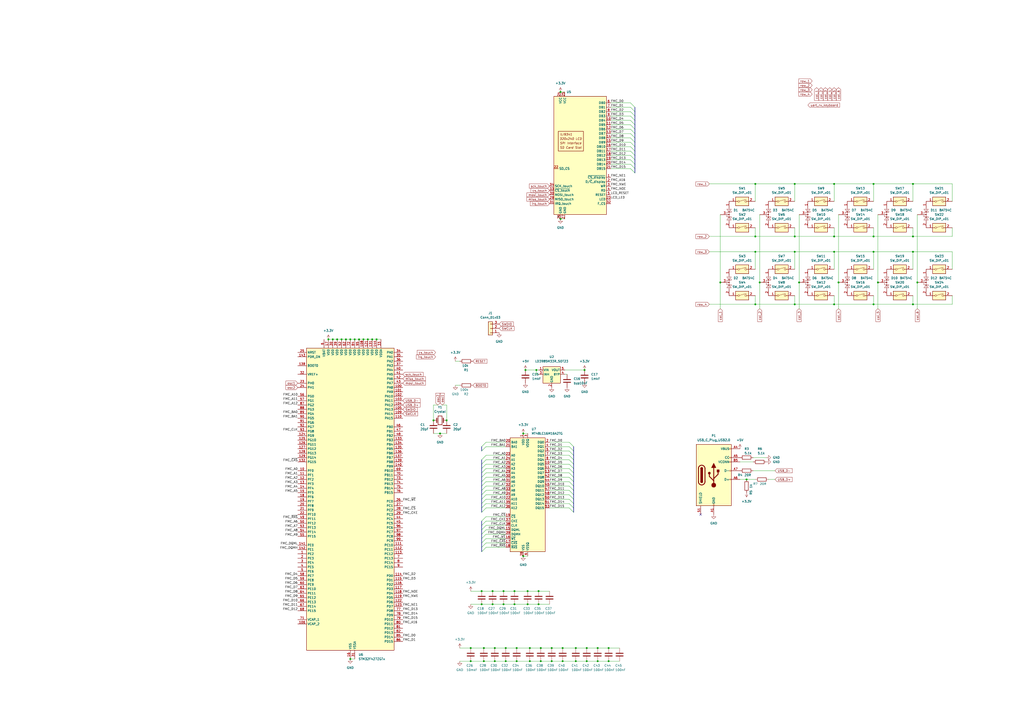
<source format=kicad_sch>
(kicad_sch (version 20230121) (generator eeschema)
  (paper "A2")
  (junction (at 346.71 383.54))
  (junction (at 463.55 163.83))
  (junction (at 326.39 375.92))
  (junction (at 529.59 176.53))
  (junction (at 506.73 106.68))
  (junction (at 461.01 137.16))
  (junction (at 190.5 196.85))
  (junction (at 312.42 350.52))
  (junction (at 353.06 383.54))
  (junction (at 506.73 146.05))
  (junction (at 255.27 251.46))
  (junction (at 210.82 196.85))
  (junction (at 506.73 176.53))
  (junction (at 193.04 196.85))
  (junction (at 529.59 106.68))
  (junction (at 293.37 375.92))
  (junction (at 483.87 106.68))
  (junction (at 304.8 214.63))
  (junction (at 287.02 375.92))
  (junction (at 200.66 196.85))
  (junction (at 417.83 163.83))
  (junction (at 298.45 350.52))
  (junction (at 299.72 375.92))
  (junction (at 529.59 137.16))
  (junction (at 340.36 375.92))
  (junction (at 438.15 106.68))
  (junction (at 198.12 196.85))
  (junction (at 287.02 383.54))
  (junction (at 339.09 214.63))
  (junction (at 280.67 383.54))
  (junction (at 215.9 196.85))
  (junction (at 486.41 163.83))
  (junction (at 303.53 251.46))
  (junction (at 483.87 176.53))
  (junction (at 205.74 196.85))
  (junction (at 306.07 342.9))
  (junction (at 320.04 383.54))
  (junction (at 438.15 137.16))
  (junction (at 218.44 196.85))
  (junction (at 303.53 322.58))
  (junction (at 320.04 375.92))
  (junction (at 292.1 342.9))
  (junction (at 203.2 196.85))
  (junction (at 208.28 196.85))
  (junction (at 532.13 163.83))
  (junction (at 273.05 375.92))
  (junction (at 279.4 350.52))
  (junction (at 311.15 214.63))
  (junction (at 312.42 342.9))
  (junction (at 461.01 146.05))
  (junction (at 307.34 375.92))
  (junction (at 346.71 375.92))
  (junction (at 307.34 383.54))
  (junction (at 195.58 196.85))
  (junction (at 292.1 350.52))
  (junction (at 325.12 127))
  (junction (at 298.45 342.9))
  (junction (at 285.75 342.9))
  (junction (at 483.87 146.05))
  (junction (at 313.69 383.54))
  (junction (at 293.37 383.54))
  (junction (at 325.12 53.34))
  (junction (at 251.46 243.84))
  (junction (at 438.15 146.05))
  (junction (at 529.59 146.05))
  (junction (at 285.75 350.52))
  (junction (at 273.05 383.54))
  (junction (at 334.01 383.54))
  (junction (at 353.06 375.92))
  (junction (at 461.01 176.53))
  (junction (at 279.4 342.9))
  (junction (at 461.01 106.68))
  (junction (at 433.07 278.13))
  (junction (at 440.69 163.83))
  (junction (at 213.36 196.85))
  (junction (at 340.36 383.54))
  (junction (at 438.15 176.53))
  (junction (at 509.27 163.83))
  (junction (at 203.2 382.27))
  (junction (at 259.08 243.84))
  (junction (at 334.01 375.92))
  (junction (at 326.39 383.54))
  (junction (at 299.72 383.54))
  (junction (at 483.87 137.16))
  (junction (at 280.67 375.92))
  (junction (at 506.73 137.16))
  (junction (at 306.07 350.52))
  (junction (at 313.69 375.92))
  (no_connect (at 406.4 298.45))
  (bus_entry (at 281.94 289.56) (size -2.54 2.54))
  (bus_entry (at 365.76 64.77) (size 2.54 2.54))
  (bus_entry (at 330.2 279.4) (size 2.54 2.54))
  (bus_entry (at 330.2 264.16) (size 2.54 2.54))
  (bus_entry (at 281.94 264.16) (size -2.54 2.54))
  (bus_entry (at 281.94 287.02) (size -2.54 2.54))
  (bus_entry (at 281.94 312.42) (size -2.54 2.54))
  (bus_entry (at 365.76 67.31) (size 2.54 2.54))
  (bus_entry (at 281.94 266.7) (size -2.54 2.54))
  (bus_entry (at 281.94 279.4) (size -2.54 2.54))
  (bus_entry (at 330.2 289.56) (size 2.54 2.54))
  (bus_entry (at 281.94 304.8) (size -2.54 2.54))
  (bus_entry (at 281.94 284.48) (size -2.54 2.54))
  (bus_entry (at 281.94 281.94) (size -2.54 2.54))
  (bus_entry (at 330.2 281.94) (size 2.54 2.54))
  (bus_entry (at 330.2 287.02) (size 2.54 2.54))
  (bus_entry (at 330.2 266.7) (size 2.54 2.54))
  (bus_entry (at 330.2 284.48) (size 2.54 2.54))
  (bus_entry (at 365.76 85.09) (size 2.54 2.54))
  (bus_entry (at 365.76 92.71) (size 2.54 2.54))
  (bus_entry (at 365.76 62.23) (size 2.54 2.54))
  (bus_entry (at 281.94 317.5) (size -2.54 2.54))
  (bus_entry (at 281.94 259.08) (size -2.54 2.54))
  (bus_entry (at 281.94 302.26) (size -2.54 2.54))
  (bus_entry (at 330.2 294.64) (size 2.54 2.54))
  (bus_entry (at 365.76 77.47) (size 2.54 2.54))
  (bus_entry (at 330.2 271.78) (size 2.54 2.54))
  (bus_entry (at 365.76 82.55) (size 2.54 2.54))
  (bus_entry (at 281.94 274.32) (size -2.54 2.54))
  (bus_entry (at 281.94 314.96) (size -2.54 2.54))
  (bus_entry (at 330.2 269.24) (size 2.54 2.54))
  (bus_entry (at 365.76 69.85) (size 2.54 2.54))
  (bus_entry (at 281.94 269.24) (size -2.54 2.54))
  (bus_entry (at 365.76 90.17) (size 2.54 2.54))
  (bus_entry (at 365.76 95.25) (size 2.54 2.54))
  (bus_entry (at 330.2 256.54) (size 2.54 2.54))
  (bus_entry (at 281.94 299.72) (size -2.54 2.54))
  (bus_entry (at 281.94 309.88) (size -2.54 2.54))
  (bus_entry (at 281.94 294.64) (size -2.54 2.54))
  (bus_entry (at 365.76 97.79) (size 2.54 2.54))
  (bus_entry (at 281.94 307.34) (size -2.54 2.54))
  (bus_entry (at 365.76 74.93) (size 2.54 2.54))
  (bus_entry (at 365.76 72.39) (size 2.54 2.54))
  (bus_entry (at 330.2 292.1) (size 2.54 2.54))
  (bus_entry (at 365.76 59.69) (size 2.54 2.54))
  (bus_entry (at 281.94 271.78) (size -2.54 2.54))
  (bus_entry (at 365.76 87.63) (size 2.54 2.54))
  (bus_entry (at 281.94 292.1) (size -2.54 2.54))
  (bus_entry (at 281.94 276.86) (size -2.54 2.54))
  (bus_entry (at 330.2 276.86) (size 2.54 2.54))
  (bus_entry (at 281.94 256.54) (size -2.54 2.54))
  (bus_entry (at 330.2 261.62) (size 2.54 2.54))
  (bus_entry (at 365.76 80.01) (size 2.54 2.54))
  (bus_entry (at 330.2 259.08) (size 2.54 2.54))
  (bus_entry (at 330.2 274.32) (size 2.54 2.54))
  (wire (pts (xy 251.46 251.46) (xy 255.27 251.46)))
  (wire (pts (xy 354.33 67.31) (xy 365.76 67.31)))
  (wire (pts (xy 293.37 292.1) (xy 281.94 292.1)))
  (wire (pts (xy 273.05 383.54) (xy 280.67 383.54)))
  (wire (pts (xy 438.15 176.53) (xy 461.01 176.53)))
  (wire (pts (xy 483.87 176.53) (xy 506.73 176.53)))
  (bus (pts (xy 368.3 69.85) (xy 368.3 72.39)))
  (wire (pts (xy 417.83 124.46) (xy 417.83 163.83)))
  (wire (pts (xy 463.55 124.46) (xy 463.55 163.83)))
  (wire (pts (xy 273.05 350.52) (xy 279.4 350.52)))
  (wire (pts (xy 354.33 90.17) (xy 365.76 90.17)))
  (wire (pts (xy 506.73 176.53) (xy 529.59 176.53)))
  (wire (pts (xy 461.01 132.08) (xy 461.01 137.16)))
  (wire (pts (xy 313.69 375.92) (xy 320.04 375.92)))
  (bus (pts (xy 279.4 309.88) (xy 279.4 312.42)))
  (wire (pts (xy 205.74 196.85) (xy 208.28 196.85)))
  (wire (pts (xy 552.45 116.84) (xy 552.45 106.68)))
  (bus (pts (xy 332.74 289.56) (xy 332.74 292.1)))
  (wire (pts (xy 298.45 350.52) (xy 306.07 350.52)))
  (bus (pts (xy 279.4 274.32) (xy 279.4 276.86)))
  (wire (pts (xy 354.33 69.85) (xy 365.76 69.85)))
  (wire (pts (xy 293.37 269.24) (xy 281.94 269.24)))
  (wire (pts (xy 506.73 137.16) (xy 529.59 137.16)))
  (bus (pts (xy 279.4 269.24) (xy 279.4 271.78)))
  (bus (pts (xy 279.4 259.08) (xy 279.4 261.62)))
  (wire (pts (xy 411.48 176.53) (xy 438.15 176.53)))
  (wire (pts (xy 436.88 273.05) (xy 449.58 273.05)))
  (bus (pts (xy 279.4 317.5) (xy 279.4 320.04)))
  (wire (pts (xy 203.2 196.85) (xy 205.74 196.85)))
  (wire (pts (xy 318.77 281.94) (xy 330.2 281.94)))
  (wire (pts (xy 292.1 342.9) (xy 298.45 342.9)))
  (bus (pts (xy 332.74 276.86) (xy 332.74 279.4)))
  (wire (pts (xy 532.13 124.46) (xy 532.13 163.83)))
  (bus (pts (xy 368.3 95.25) (xy 368.3 97.79)))
  (wire (pts (xy 552.45 176.53) (xy 552.45 171.45)))
  (bus (pts (xy 368.3 85.09) (xy 368.3 87.63)))
  (wire (pts (xy 293.37 289.56) (xy 281.94 289.56)))
  (wire (pts (xy 506.73 132.08) (xy 506.73 137.16)))
  (bus (pts (xy 279.4 284.48) (xy 279.4 287.02)))
  (wire (pts (xy 483.87 146.05) (xy 483.87 156.21)))
  (wire (pts (xy 529.59 137.16) (xy 552.45 137.16)))
  (wire (pts (xy 440.69 163.83) (xy 440.69 179.07)))
  (wire (pts (xy 293.37 312.42) (xy 281.94 312.42)))
  (wire (pts (xy 312.42 342.9) (xy 318.77 342.9)))
  (wire (pts (xy 318.77 287.02) (xy 330.2 287.02)))
  (bus (pts (xy 279.4 312.42) (xy 279.4 314.96)))
  (wire (pts (xy 354.33 80.01) (xy 365.76 80.01)))
  (wire (pts (xy 353.06 383.54) (xy 359.41 383.54)))
  (bus (pts (xy 368.3 82.55) (xy 368.3 85.09)))
  (wire (pts (xy 318.77 261.62) (xy 330.2 261.62)))
  (wire (pts (xy 307.34 383.54) (xy 313.69 383.54)))
  (wire (pts (xy 311.15 217.17) (xy 311.15 214.63)))
  (wire (pts (xy 293.37 284.48) (xy 281.94 284.48)))
  (bus (pts (xy 332.74 292.1) (xy 332.74 294.64)))
  (wire (pts (xy 293.37 287.02) (xy 281.94 287.02)))
  (wire (pts (xy 293.37 271.78) (xy 281.94 271.78)))
  (wire (pts (xy 266.7 375.92) (xy 273.05 375.92)))
  (wire (pts (xy 461.01 137.16) (xy 483.87 137.16)))
  (wire (pts (xy 285.75 342.9) (xy 292.1 342.9)))
  (wire (pts (xy 287.02 375.92) (xy 293.37 375.92)))
  (wire (pts (xy 461.01 146.05) (xy 461.01 156.21)))
  (wire (pts (xy 483.87 106.68) (xy 506.73 106.68)))
  (bus (pts (xy 368.3 77.47) (xy 368.3 80.01)))
  (wire (pts (xy 529.59 146.05) (xy 529.59 156.21)))
  (wire (pts (xy 299.72 383.54) (xy 307.34 383.54)))
  (wire (pts (xy 312.42 350.52) (xy 318.77 350.52)))
  (wire (pts (xy 251.46 234.95) (xy 254 234.95)))
  (bus (pts (xy 332.74 287.02) (xy 332.74 289.56)))
  (wire (pts (xy 318.77 279.4) (xy 330.2 279.4)))
  (wire (pts (xy 506.73 171.45) (xy 506.73 176.53)))
  (wire (pts (xy 327.66 214.63) (xy 339.09 214.63)))
  (bus (pts (xy 279.4 289.56) (xy 279.4 292.1)))
  (wire (pts (xy 306.07 350.52) (xy 312.42 350.52)))
  (wire (pts (xy 325.12 53.34) (xy 327.66 53.34)))
  (wire (pts (xy 326.39 383.54) (xy 334.01 383.54)))
  (wire (pts (xy 259.08 243.84) (xy 259.08 234.95)))
  (wire (pts (xy 304.8 214.63) (xy 311.15 214.63)))
  (bus (pts (xy 332.74 271.78) (xy 332.74 274.32)))
  (wire (pts (xy 293.37 307.34) (xy 281.94 307.34)))
  (wire (pts (xy 552.45 146.05) (xy 552.45 156.21)))
  (wire (pts (xy 529.59 176.53) (xy 552.45 176.53)))
  (wire (pts (xy 483.87 137.16) (xy 506.73 137.16)))
  (wire (pts (xy 461.01 146.05) (xy 483.87 146.05)))
  (wire (pts (xy 354.33 95.25) (xy 365.76 95.25)))
  (bus (pts (xy 332.74 261.62) (xy 332.74 264.16)))
  (wire (pts (xy 325.12 127) (xy 327.66 127)))
  (bus (pts (xy 279.4 307.34) (xy 279.4 309.88)))
  (wire (pts (xy 354.33 62.23) (xy 365.76 62.23)))
  (bus (pts (xy 332.74 266.7) (xy 332.74 269.24)))
  (wire (pts (xy 346.71 375.92) (xy 353.06 375.92)))
  (wire (pts (xy 353.06 375.92) (xy 359.41 375.92)))
  (wire (pts (xy 463.55 163.83) (xy 463.55 179.07)))
  (bus (pts (xy 368.3 67.31) (xy 368.3 69.85)))
  (wire (pts (xy 318.77 259.08) (xy 330.2 259.08)))
  (wire (pts (xy 318.77 266.7) (xy 330.2 266.7)))
  (bus (pts (xy 279.4 314.96) (xy 279.4 317.5)))
  (wire (pts (xy 306.07 342.9) (xy 312.42 342.9)))
  (wire (pts (xy 299.72 375.92) (xy 307.34 375.92)))
  (wire (pts (xy 461.01 106.68) (xy 461.01 116.84)))
  (wire (pts (xy 293.37 294.64) (xy 281.94 294.64)))
  (wire (pts (xy 440.69 124.46) (xy 440.69 163.83)))
  (wire (pts (xy 293.37 276.86) (xy 281.94 276.86)))
  (bus (pts (xy 279.4 279.4) (xy 279.4 281.94)))
  (bus (pts (xy 368.3 62.23) (xy 368.3 64.77)))
  (bus (pts (xy 332.74 264.16) (xy 332.74 266.7)))
  (wire (pts (xy 318.77 256.54) (xy 330.2 256.54)))
  (wire (pts (xy 461.01 176.53) (xy 483.87 176.53)))
  (wire (pts (xy 293.37 314.96) (xy 281.94 314.96)))
  (wire (pts (xy 354.33 59.69) (xy 365.76 59.69)))
  (wire (pts (xy 293.37 383.54) (xy 299.72 383.54)))
  (bus (pts (xy 368.3 90.17) (xy 368.3 92.71)))
  (wire (pts (xy 483.87 171.45) (xy 483.87 176.53)))
  (wire (pts (xy 259.08 234.95) (xy 256.54 234.95)))
  (wire (pts (xy 532.13 163.83) (xy 532.13 179.07)))
  (wire (pts (xy 293.37 279.4) (xy 281.94 279.4)))
  (wire (pts (xy 506.73 106.68) (xy 529.59 106.68)))
  (wire (pts (xy 264.16 223.52) (xy 266.7 223.52)))
  (bus (pts (xy 279.4 294.64) (xy 279.4 297.18)))
  (wire (pts (xy 318.77 292.1) (xy 330.2 292.1)))
  (wire (pts (xy 438.15 132.08) (xy 438.15 137.16)))
  (wire (pts (xy 461.01 171.45) (xy 461.01 176.53)))
  (wire (pts (xy 312.42 217.17) (xy 311.15 217.17)))
  (bus (pts (xy 279.4 271.78) (xy 279.4 274.32)))
  (wire (pts (xy 486.41 124.46) (xy 486.41 163.83)))
  (wire (pts (xy 293.37 264.16) (xy 281.94 264.16)))
  (wire (pts (xy 298.45 342.9) (xy 306.07 342.9)))
  (wire (pts (xy 326.39 375.92) (xy 334.01 375.92)))
  (wire (pts (xy 433.07 278.13) (xy 429.26 278.13)))
  (bus (pts (xy 279.4 302.26) (xy 279.4 304.8)))
  (wire (pts (xy 303.53 322.58) (xy 306.07 322.58)))
  (wire (pts (xy 279.4 342.9) (xy 285.75 342.9)))
  (wire (pts (xy 529.59 171.45) (xy 529.59 176.53)))
  (wire (pts (xy 552.45 137.16) (xy 552.45 132.08)))
  (wire (pts (xy 251.46 243.84) (xy 251.46 234.95)))
  (wire (pts (xy 255.27 251.46) (xy 259.08 251.46)))
  (wire (pts (xy 529.59 146.05) (xy 552.45 146.05)))
  (wire (pts (xy 311.15 214.63) (xy 312.42 214.63)))
  (bus (pts (xy 368.3 97.79) (xy 368.3 100.33)))
  (bus (pts (xy 279.4 292.1) (xy 279.4 294.64)))
  (wire (pts (xy 483.87 106.68) (xy 483.87 116.84)))
  (wire (pts (xy 509.27 163.83) (xy 509.27 179.07)))
  (wire (pts (xy 200.66 196.85) (xy 203.2 196.85)))
  (wire (pts (xy 293.37 302.26) (xy 281.94 302.26)))
  (wire (pts (xy 313.69 383.54) (xy 320.04 383.54)))
  (wire (pts (xy 190.5 196.85) (xy 193.04 196.85)))
  (wire (pts (xy 273.05 375.92) (xy 280.67 375.92)))
  (wire (pts (xy 218.44 196.85) (xy 220.98 196.85)))
  (wire (pts (xy 429.26 267.97) (xy 436.88 267.97)))
  (wire (pts (xy 266.7 383.54) (xy 273.05 383.54)))
  (wire (pts (xy 411.48 146.05) (xy 438.15 146.05)))
  (bus (pts (xy 368.3 74.93) (xy 368.3 77.47)))
  (wire (pts (xy 438.15 146.05) (xy 461.01 146.05)))
  (bus (pts (xy 332.74 284.48) (xy 332.74 287.02)))
  (bus (pts (xy 332.74 279.4) (xy 332.74 281.94)))
  (wire (pts (xy 340.36 383.54) (xy 346.71 383.54)))
  (wire (pts (xy 354.33 82.55) (xy 365.76 82.55)))
  (wire (pts (xy 354.33 74.93) (xy 365.76 74.93)))
  (wire (pts (xy 483.87 132.08) (xy 483.87 137.16)))
  (wire (pts (xy 483.87 146.05) (xy 506.73 146.05)))
  (wire (pts (xy 292.1 350.52) (xy 298.45 350.52)))
  (wire (pts (xy 445.77 278.13) (xy 449.58 278.13)))
  (wire (pts (xy 318.77 294.64) (xy 330.2 294.64)))
  (wire (pts (xy 411.48 106.68) (xy 438.15 106.68)))
  (wire (pts (xy 506.73 106.68) (xy 506.73 116.84)))
  (wire (pts (xy 486.41 163.83) (xy 486.41 179.07)))
  (wire (pts (xy 436.88 265.43) (xy 444.5 265.43)))
  (wire (pts (xy 287.02 383.54) (xy 293.37 383.54)))
  (wire (pts (xy 318.77 269.24) (xy 330.2 269.24)))
  (wire (pts (xy 438.15 137.16) (xy 461.01 137.16)))
  (wire (pts (xy 529.59 132.08) (xy 529.59 137.16)))
  (wire (pts (xy 334.01 383.54) (xy 340.36 383.54)))
  (wire (pts (xy 203.2 382.27) (xy 205.74 382.27)))
  (wire (pts (xy 354.33 97.79) (xy 365.76 97.79)))
  (bus (pts (xy 368.3 72.39) (xy 368.3 74.93)))
  (wire (pts (xy 208.28 196.85) (xy 210.82 196.85)))
  (wire (pts (xy 320.04 375.92) (xy 326.39 375.92)))
  (wire (pts (xy 334.01 375.92) (xy 340.36 375.92)))
  (wire (pts (xy 354.33 77.47) (xy 365.76 77.47)))
  (wire (pts (xy 215.9 196.85) (xy 218.44 196.85)))
  (wire (pts (xy 293.37 375.92) (xy 299.72 375.92)))
  (wire (pts (xy 318.77 284.48) (xy 330.2 284.48)))
  (wire (pts (xy 193.04 196.85) (xy 195.58 196.85)))
  (wire (pts (xy 340.36 375.92) (xy 346.71 375.92)))
  (wire (pts (xy 293.37 299.72) (xy 281.94 299.72)))
  (wire (pts (xy 318.77 271.78) (xy 330.2 271.78)))
  (wire (pts (xy 438.15 106.68) (xy 461.01 106.68)))
  (wire (pts (xy 198.12 196.85) (xy 200.66 196.85)))
  (wire (pts (xy 354.33 92.71) (xy 365.76 92.71)))
  (wire (pts (xy 318.77 264.16) (xy 330.2 264.16)))
  (bus (pts (xy 332.74 294.64) (xy 332.74 297.18)))
  (wire (pts (xy 293.37 274.32) (xy 281.94 274.32)))
  (wire (pts (xy 307.34 375.92) (xy 313.69 375.92)))
  (wire (pts (xy 506.73 146.05) (xy 529.59 146.05)))
  (wire (pts (xy 293.37 304.8) (xy 281.94 304.8)))
  (wire (pts (xy 509.27 124.46) (xy 509.27 163.83)))
  (bus (pts (xy 279.4 281.94) (xy 279.4 284.48)))
  (wire (pts (xy 438.15 171.45) (xy 438.15 176.53)))
  (wire (pts (xy 320.04 383.54) (xy 326.39 383.54)))
  (wire (pts (xy 281.94 259.08) (xy 293.37 259.08)))
  (bus (pts (xy 332.74 259.08) (xy 332.74 261.62)))
  (wire (pts (xy 280.67 383.54) (xy 287.02 383.54)))
  (wire (pts (xy 293.37 317.5) (xy 281.94 317.5)))
  (wire (pts (xy 461.01 106.68) (xy 483.87 106.68)))
  (wire (pts (xy 303.53 251.46) (xy 306.07 251.46)))
  (bus (pts (xy 332.74 281.94) (xy 332.74 284.48)))
  (bus (pts (xy 332.74 274.32) (xy 332.74 276.86)))
  (bus (pts (xy 368.3 80.01) (xy 368.3 82.55)))
  (bus (pts (xy 279.4 287.02) (xy 279.4 289.56)))
  (wire (pts (xy 293.37 281.94) (xy 281.94 281.94)))
  (wire (pts (xy 285.75 350.52) (xy 292.1 350.52)))
  (bus (pts (xy 368.3 87.63) (xy 368.3 90.17)))
  (wire (pts (xy 529.59 106.68) (xy 529.59 116.84)))
  (wire (pts (xy 293.37 309.88) (xy 281.94 309.88)))
  (wire (pts (xy 273.05 342.9) (xy 279.4 342.9)))
  (bus (pts (xy 279.4 266.7) (xy 279.4 269.24)))
  (wire (pts (xy 438.15 106.68) (xy 438.15 116.84)))
  (wire (pts (xy 195.58 196.85) (xy 198.12 196.85)))
  (wire (pts (xy 506.73 146.05) (xy 506.73 156.21)))
  (wire (pts (xy 346.71 383.54) (xy 353.06 383.54)))
  (wire (pts (xy 354.33 87.63) (xy 365.76 87.63)))
  (wire (pts (xy 281.94 256.54) (xy 293.37 256.54)))
  (wire (pts (xy 354.33 64.77) (xy 365.76 64.77)))
  (wire (pts (xy 264.16 209.55) (xy 266.7 209.55)))
  (wire (pts (xy 318.77 274.32) (xy 330.2 274.32)))
  (wire (pts (xy 417.83 163.83) (xy 417.83 179.07)))
  (bus (pts (xy 368.3 92.71) (xy 368.3 95.25)))
  (bus (pts (xy 279.4 276.86) (xy 279.4 279.4)))
  (bus (pts (xy 368.3 64.77) (xy 368.3 67.31)))
  (wire (pts (xy 318.77 289.56) (xy 330.2 289.56)))
  (wire (pts (xy 327.66 217.17) (xy 328.93 217.17)))
  (wire (pts (xy 552.45 106.68) (xy 529.59 106.68)))
  (wire (pts (xy 438.15 146.05) (xy 438.15 156.21)))
  (wire (pts (xy 411.48 137.16) (xy 438.15 137.16)))
  (wire (pts (xy 293.37 266.7) (xy 281.94 266.7)))
  (wire (pts (xy 354.33 85.09) (xy 365.76 85.09)))
  (bus (pts (xy 279.4 304.8) (xy 279.4 307.34)))
  (wire (pts (xy 279.4 350.52) (xy 285.75 350.52)))
  (wire (pts (xy 280.67 375.92) (xy 287.02 375.92)))
  (bus (pts (xy 332.74 269.24) (xy 332.74 271.78)))
  (wire (pts (xy 213.36 196.85) (xy 215.9 196.85)))
  (wire (pts (xy 318.77 276.86) (xy 330.2 276.86)))
  (wire (pts (xy 438.15 278.13) (xy 433.07 278.13)))
  (wire (pts (xy 210.82 196.85) (xy 213.36 196.85)))
  (wire (pts (xy 354.33 72.39) (xy 365.76 72.39)))
  (label "FMC_A5" (at 172.72 285.75 180))
  (label "FMC_D2" (at 318.77 261.62 0))
  (label "FMC_A16" (at 354.33 105.41 0))
  (label "FMC_D8" (at 354.33 80.01 0))
  (label "FMC_CKE" (at 233.68 298.45 0))
  (label "FMC_A0" (at 293.37 264.16 180))
  (label "FMC_D1" (at 354.33 62.23 0))
  (label "FMC_D3" (at 354.33 67.31 0))
  (label "FMC_NE1" (at 354.33 102.87 0))
  (label "FMC_D5" (at 318.77 269.24 0))
  (label "FMC_D15" (at 318.77 294.64 0))
  (label "FMC_DQMH" (at 172.72 318.77 180))
  (label "FMC_A6" (at 172.72 303.53 180))
  (label "FMC_A4" (at 172.72 283.21 180))
  (label "FMC_A6" (at 293.37 279.4 180))
  (label "FMC_D4" (at 318.77 266.7 0))
  (label "FMC_DQMH" (at 293.37 309.88 180))
  (label "LCD_LED" (at 354.33 115.57 0))
  (label "FMC_NE1" (at 233.68 351.79 0))
  (label "FMC_D11" (at 318.77 284.48 0))
  (label "FMC_A9" (at 172.72 311.15 180))
  (label "FMC_D2" (at 233.68 334.01 0))
  (label "FMC_A1" (at 293.37 266.7 180))
  (label "FMC_D10" (at 172.72 349.25 180))
  (label "FMC_~{CAS}" (at 172.72 267.97 180))
  (label "FMC_CLK" (at 172.72 250.19 180))
  (label "FMC_A8" (at 172.72 308.61 180))
  (label "FMC_~{RAS}" (at 172.72 300.99 180))
  (label "FMC_D11" (at 172.72 351.79 180))
  (label "FMC_D6" (at 354.33 74.93 0))
  (label "FMC_DQML" (at 293.37 307.34 180))
  (label "FMC_A2" (at 293.37 269.24 180))
  (label "FMC_D7" (at 172.72 341.63 180))
  (label "FMC_D1" (at 233.68 372.11 0))
  (label "FMC_D12" (at 318.77 287.02 0))
  (label "FMC_BA0" (at 293.37 256.54 180))
  (label "FMC_D9" (at 354.33 82.55 0))
  (label "FMC_D4" (at 354.33 69.85 0))
  (label "FMC_~{RAS}" (at 293.37 317.5 180))
  (label "FMC_D13" (at 233.68 354.33 0))
  (label "FMC_A16" (at 233.68 361.95 0))
  (label "FMC_BA0" (at 172.72 240.03 180))
  (label "FMC_A12" (at 293.37 294.64 180))
  (label "FMC_NWE" (at 233.68 346.71 0))
  (label "FMC_D0" (at 233.68 369.57 0))
  (label "FMC_D0" (at 354.33 59.69 0))
  (label "FMC_D0" (at 318.77 256.54 0))
  (label "FMC_D2" (at 354.33 64.77 0))
  (label "LCD_RESET" (at 354.33 113.03 0))
  (label "FMC_A12" (at 172.72 234.95 180))
  (label "FMC_~{CS}" (at 293.37 299.72 180))
  (label "FMC_A10" (at 172.72 229.87 180))
  (label "FMC_D12" (at 354.33 90.17 0))
  (label "FMC_A7" (at 293.37 281.94 180))
  (label "FMC_D3" (at 233.68 336.55 0))
  (label "FMC_~{WE}" (at 293.37 312.42 180))
  (label "FMC_DQML" (at 172.72 316.23 180))
  (label "FMC_A1" (at 172.72 275.59 180))
  (label "FMC_D1" (at 318.77 259.08 0))
  (label "FMC_A5" (at 293.37 276.86 180))
  (label "FMC_D13" (at 354.33 92.71 0))
  (label "FMC_D8" (at 172.72 344.17 180))
  (label "FMC_A2" (at 172.72 278.13 180))
  (label "FMC_D15" (at 354.33 97.79 0))
  (label "FMC_D15" (at 233.68 359.41 0))
  (label "FMC_A8" (at 293.37 284.48 180))
  (label "FMC_BA1" (at 293.37 259.08 180))
  (label "FMC_A0" (at 172.72 273.05 180))
  (label "FMC_BA1" (at 172.72 242.57 180))
  (label "FMC_CLK" (at 293.37 304.8 180))
  (label "FMC_A10" (at 293.37 289.56 180))
  (label "FMC_D5" (at 172.72 336.55 180))
  (label "FMC_CKE" (at 293.37 302.26 180))
  (label "FMC_NOE" (at 233.68 344.17 0))
  (label "FMC_D9" (at 318.77 279.4 0))
  (label "FMC_D13" (at 318.77 289.56 0))
  (label "FMC_D9" (at 172.72 346.71 180))
  (label "FMC_A11" (at 172.72 232.41 180))
  (label "FMC_D7" (at 318.77 274.32 0))
  (label "FMC_D14" (at 233.68 356.87 0))
  (label "FMC_D11" (at 354.33 87.63 0))
  (label "FMC_D8" (at 318.77 276.86 0))
  (label "FMC_~{WE}" (at 233.68 290.83 0))
  (label "FMC_D10" (at 318.77 281.94 0))
  (label "FMC_~{CAS}" (at 293.37 314.96 180))
  (label "FMC_NWE" (at 354.33 107.95 0))
  (label "FMC_NOE" (at 354.33 110.49 0))
  (label "FMC_A3" (at 293.37 271.78 180))
  (label "FMC_D6" (at 318.77 271.78 0))
  (label "FMC_D6" (at 172.72 339.09 180))
  (label "FMC_A7" (at 172.72 306.07 180))
  (label "FMC_D12" (at 172.72 354.33 180))
  (label "FMC_D3" (at 318.77 264.16 0))
  (label "FMC_D10" (at 354.33 85.09 0))
  (label "FMC_A11" (at 293.37 292.1 180))
  (label "FMC_A9" (at 293.37 287.02 180))
  (label "FMC_A3" (at 172.72 280.67 180))
  (label "FMC_D14" (at 354.33 95.25 0))
  (label "FMC_~{CS}" (at 233.68 295.91 0))
  (label "FMC_D7" (at 354.33 77.47 0))
  (label "FMC_D4" (at 172.72 334.01 180))
  (label "FMC_A4" (at 293.37 274.32 180))
  (label "FMC_D5" (at 354.33 72.39 0))
  (label "FMC_D14" (at 318.77 292.1 0))
  (global_label "USB_D+" (shape input) (at 449.58 278.13 0) (property "Intersheetrefs" "${INTERSHEET_REFS}" (effects hide)))
  (global_label "row_3" (shape input) (at 471.17 52.07 180) (property "Intersheetrefs" "${INTERSHEET_REFS}" (effects hide)) (property "Обозначения листов" "${INTERSHEET_REFS}" (effects hide)))
  (global_label "col_5" (shape input) (at 509.27 179.07 270) (property "Intersheetrefs" "${INTERSHEET_REFS}" (effects hide)) (property "Обозначения листов" "${INTERSHEET_REFS}" (effects hide)))
  (global_label "irq_touch" (shape input) (at 252.73 207.01 180) (property "Intersheetrefs" "${INTERSHEET_REFS}" (effects hide)) (property "Обозначения листов" "${INTERSHEET_REFS}" (effects hide)))
  (global_label "SWDIO" (shape input) (at 233.68 237.49 0) (property "Intersheetrefs" "${INTERSHEET_REFS}" (effects hide)))
  (global_label "col_3" (shape input) (at 478.79 50.8 270) (property "Intersheetrefs" "${INTERSHEET_REFS}" (effects hide)) (property "Обозначения листов" "${INTERSHEET_REFS}" (effects hide)))
  (global_label "mosi_touch" (shape input) (at 233.68 222.25 0) (property "Intersheetrefs" "${INTERSHEET_REFS}" (effects hide)) (property "Обозначения листов" "${INTERSHEET_REFS}" (effects hide)))
  (global_label "row_1" (shape input) (at 471.17 46.99 180) (property "Intersheetrefs" "${INTERSHEET_REFS}" (effects hide)) (property "Обозначения листов" "${INTERSHEET_REFS}" (effects hide)))
  (global_label "row_3" (shape input) (at 411.48 146.05 180) (property "Intersheetrefs" "${INTERSHEET_REFS}" (effects hide)) (property "Обозначения листов" "${INTERSHEET_REFS}" (effects hide)))
  (global_label "col_2" (shape input) (at 440.69 179.07 270) (property "Intersheetrefs" "${INTERSHEET_REFS}" (effects hide)) (property "Обозначения листов" "${INTERSHEET_REFS}" (effects hide)))
  (global_label "row_4" (shape input) (at 471.17 54.61 180) (property "Intersheetrefs" "${INTERSHEET_REFS}" (effects hide)) (property "Обозначения листов" "${INTERSHEET_REFS}" (effects hide)))
  (global_label "col_3" (shape input) (at 463.55 179.07 270) (property "Intersheetrefs" "${INTERSHEET_REFS}" (effects hide)) (property "Обозначения листов" "${INTERSHEET_REFS}" (effects hide)))
  (global_label "row_4" (shape input) (at 411.48 176.53 180) (property "Intersheetrefs" "${INTERSHEET_REFS}" (effects hide)) (property "Обозначения листов" "${INTERSHEET_REFS}" (effects hide)))
  (global_label "RESET" (shape input) (at 274.32 209.55 0) (property "Intersheetrefs" "${INTERSHEET_REFS}" (effects hide)) (property "Обозначения листов" "${INTERSHEET_REFS}" (effects hide)))
  (global_label "col_6" (shape input) (at 486.41 50.8 270) (property "Intersheetrefs" "${INTERSHEET_REFS}" (effects hide)) (property "Обозначения листов" "${INTERSHEET_REFS}" (effects hide)))
  (global_label "osc2" (shape input) (at 172.72 224.79 180) (property "Intersheetrefs" "${INTERSHEET_REFS}" (effects hide)))
  (global_label "BOOT0" (shape input) (at 274.32 223.52 0) (property "Intersheetrefs" "${INTERSHEET_REFS}" (effects hide)) (property "Обозначения листов" "${INTERSHEET_REFS}" (effects hide)))
  (global_label "col_6" (shape input) (at 532.13 179.07 270) (property "Intersheetrefs" "${INTERSHEET_REFS}" (effects hide)) (property "Обозначения листов" "${INTERSHEET_REFS}" (effects hide)))
  (global_label "row_1" (shape input) (at 411.48 106.68 180) (property "Intersheetrefs" "${INTERSHEET_REFS}" (effects hide)) (property "Обозначения листов" "${INTERSHEET_REFS}" (effects hide)))
  (global_label "col_5" (shape input) (at 483.87 50.8 270) (property "Intersheetrefs" "${INTERSHEET_REFS}" (effects hide)) (property "Обозначения листов" "${INTERSHEET_REFS}" (effects hide)))
  (global_label "uart_rx_keyboard" (shape input) (at 468.63 60.96 0) (property "Intersheetrefs" "${INTERSHEET_REFS}" (effects hide)) (property "Обозначения листов" "${INTERSHEET_REFS}" (effects hide)))
  (global_label "osc2" (shape input) (at 254 234.95 90) (property "Intersheetrefs" "${INTERSHEET_REFS}" (effects hide)))
  (global_label "SWDIO" (shape input) (at 289.56 187.96 0) (property "Intersheetrefs" "${INTERSHEET_REFS}" (effects hide)))
  (global_label "osc1" (shape input) (at 256.54 234.95 90) (property "Intersheetrefs" "${INTERSHEET_REFS}" (effects hide)))
  (global_label "USB_D-" (shape input) (at 233.68 232.41 0) (property "Intersheetrefs" "${INTERSHEET_REFS}" (effects hide)))
  (global_label "miso_touch" (shape input) (at 318.77 115.57 180) (property "Intersheetrefs" "${INTERSHEET_REFS}" (effects hide)) (property "Обозначения листов" "${INTERSHEET_REFS}" (effects hide)))
  (global_label "irq_touch" (shape input) (at 318.77 118.11 180) (property "Intersheetrefs" "${INTERSHEET_REFS}" (effects hide)) (property "Обозначения листов" "${INTERSHEET_REFS}" (effects hide)))
  (global_label "cs_touch" (shape input) (at 318.77 110.49 180) (property "Intersheetrefs" "${INTERSHEET_REFS}" (effects hide)) (property "Обозначения листов" "${INTERSHEET_REFS}" (effects hide)))
  (global_label "USB_D+" (shape input) (at 233.68 234.95 0) (property "Intersheetrefs" "${INTERSHEET_REFS}" (effects hide)))
  (global_label "miso_touch" (shape input) (at 233.68 219.71 0) (property "Intersheetrefs" "${INTERSHEET_REFS}" (effects hide)) (property "Обозначения листов" "${INTERSHEET_REFS}" (effects hide)))
  (global_label "cs_touch" (shape input) (at 252.73 204.47 180) (property "Intersheetrefs" "${INTERSHEET_REFS}" (effects hide)) (property "Обозначения листов" "${INTERSHEET_REFS}" (effects hide)))
  (global_label "col_1" (shape input) (at 473.71 50.8 270) (property "Intersheetrefs" "${INTERSHEET_REFS}" (effects hide)) (property "Обозначения листов" "${INTERSHEET_REFS}" (effects hide)))
  (global_label "row_2" (shape input) (at 471.17 49.53 180) (property "Intersheetrefs" "${INTERSHEET_REFS}" (effects hide)) (property "Обозначения листов" "${INTERSHEET_REFS}" (effects hide)))
  (global_label "col_1" (shape input) (at 417.83 179.07 270) (property "Intersheetrefs" "${INTERSHEET_REFS}" (effects hide)) (property "Обозначения листов" "${INTERSHEET_REFS}" (effects hide)))
  (global_label "SWCLK" (shape input) (at 289.56 190.5 0) (property "Intersheetrefs" "${INTERSHEET_REFS}" (effects hide)))
  (global_label "mosi_touch" (shape input) (at 318.77 113.03 180) (property "Intersheetrefs" "${INTERSHEET_REFS}" (effects hide)) (property "Обозначения листов" "${INTERSHEET_REFS}" (effects hide)))
  (global_label "sck_touch" (shape input) (at 233.68 217.17 0) (property "Intersheetrefs" "${INTERSHEET_REFS}" (effects hide)) (property "Обозначения листов" "${INTERSHEET_REFS}" (effects hide)))
  (global_label "USB_D-" (shape input) (at 449.58 273.05 0) (property "Intersheetrefs" "${INTERSHEET_REFS}" (effects hide)))
  (global_label "SWCLK" (shape input) (at 233.68 240.03 0) (property "Intersheetrefs" "${INTERSHEET_REFS}" (effects hide)))
  (global_label "row_2" (shape input) (at 411.48 137.16 180) (property "Intersheetrefs" "${INTERSHEET_REFS}" (effects hide)) (property "Обозначения листов" "${INTERSHEET_REFS}" (effects hide)))
  (global_label "col_2" (shape input) (at 476.25 50.8 270) (property "Intersheetrefs" "${INTERSHEET_REFS}" (effects hide)) (property "Обозначения листов" "${INTERSHEET_REFS}" (effects hide)))
  (global_label "col_4" (shape input) (at 481.33 50.8 270) (property "Intersheetrefs" "${INTERSHEET_REFS}" (effects hide)) (property "Обозначения листов" "${INTERSHEET_REFS}" (effects hide)))
  (global_label "osc1" (shape input) (at 172.72 222.25 180) (property "Intersheetrefs" "${INTERSHEET_REFS}" (effects hide)))
  (global_label "col_4" (shape input) (at 486.41 179.07 270) (property "Intersheetrefs" "${INTERSHEET_REFS}" (effects hide)) (property "Обозначения листов" "${INTERSHEET_REFS}" (effects hide)))
  (global_label "sck_touch" (shape input) (at 318.77 107.95 180) (property "Intersheetrefs" "${INTERSHEET_REFS}" (effects hide)) (property "Обозначения листов" "${INTERSHEET_REFS}" (effects hide)))
  (symbol (lib_id "power:GND") (at 264.16 223.52 0) (unit 1)
    (property "Reference" "#PWR08" (effects hide))
    (property "Value" "GND" (at 264.16 228.6 0))
  )
  (symbol (lib_id "power:GND") (at 328.93 224.79 0) (unit 1)
    (property "Reference" "#PWR012" (effects hide))
    (property "Value" "GND" (at 328.93 229.87 0))
  )
  (symbol (lib_id "power:GND") (at 325.12 127 0) (unit 1)
    (property "Reference" "#PWR02" (effects hide))
    (property "Value" "GND" (at 325.12 132.08 0))
  )
  (symbol (lib_id "Switch:SW_DIP_x01") (at 453.39 116.84 0) (unit 1)
    (property "Reference" "SW5" (at 453.39 109.22 0))
    (property "Value" "SW_DIP_x01" (at 453.39 111.76 0))
    (property "Footprint" "Button_Switch_SMD:SW_SPST_SKQG_WithoutStem" (effects hide))
  )
  (symbol (lib_id "Switch:SW_DIP_x01") (at 544.83 116.84 0) (unit 1)
    (property "Reference" "SW21" (at 544.83 109.22 0))
    (property "Value" "SW_DIP_x01" (at 544.83 111.76 0))
    (property "Footprint" "Button_Switch_SMD:SW_SPST_SKQG_WithoutStem" (effects hide))
  )
  (symbol (lib_id "my_lib:ili9341_touch_sd_16bit") (at 323.85 125.73 0) (unit 1)
    (property "Reference" "U5" (at 328.5841 53.34 0) (effects (justify left)))
    (property "Value" "~" (at 323.85 125.73 0))
    (property "Footprint" "my_lib:ili9486_16bit_3.2" (effects hide))
  )
  (symbol (lib_id "Switch:SW_DIP_x01") (at 499.11 116.84 0) (unit 1)
    (property "Reference" "SW13" (at 499.11 109.22 0))
    (property "Value" "SW_DIP_x01" (at 499.11 111.76 0))
    (property "Footprint" "Button_Switch_SMD:SW_SPST_SKQG_WithoutStem" (effects hide))
  )
  (symbol (lib_id "Device:C") (at 334.01 379.73 0) (unit 1)
    (property "Reference" "C41" (at 331.47 386.0799 0) (effects (justify left)))
    (property "Value" "100nF" (at 331.47 388.62 0) (effects (justify left)))
    (property "Footprint" "Capacitor_SMD:C_0603_1608Metric_Pad1.08x0.95mm_HandSolder" (effects hide))
  )
  (symbol (lib_id "Switch:SW_DIP_x01") (at 521.97 156.21 0) (unit 1)
    (property "Reference" "SW19" (at 521.97 148.59 0))
    (property "Value" "SW_DIP_x01" (at 521.97 151.13 0))
    (property "Footprint" "Button_Switch_SMD:SW_SPST_SKQG_WithoutStem" (effects hide))
  )
  (symbol (lib_id "power:+3.3V") (at 433.07 285.75 180) (unit 1)
    (property "Reference" "#PWR06" (effects hide))
    (property "Value" "+3.3V" (at 433.07 290.83 0))
  )
  (symbol (lib_id "Connector:USB_C_Plug_USB2.0") (at 414.02 275.59 0) (unit 1)
    (property "Reference" "P1" (at 414.02 252.73 0))
    (property "Value" "USB_C_Plug_USB2.0" (at 414.02 255.27 0))
    (property "Footprint" "Connector_USB:USB_C_Receptacle_HRO_TYPE-C-31-M-12" (effects hide))
    (property "Datasheet" "https://www.usb.org/sites/default/files/documents/usb_type-c.zip" (effects hide))
  )
  (symbol (lib_id "Switch:SW_DIP_x01") (at 521.97 132.08 0) (unit 1)
    (property "Reference" "SW18" (at 521.97 124.46 0))
    (property "Value" "SW_DIP_x01" (at 521.97 127 0))
    (property "Footprint" "Button_Switch_SMD:SW_SPST_SKQG_WithoutStem" (effects hide))
  )
  (symbol (lib_id "Switch:SW_DIP_x01") (at 430.53 116.84 0) (unit 1)
    (property "Reference" "SW1" (at 430.53 109.22 0))
    (property "Value" "SW_DIP_x01" (at 430.53 111.76 0))
    (property "Footprint" "Button_Switch_SMD:SW_SPST_SKQG_WithoutStem" (effects hide))
  )
  (symbol (lib_id "power:GND") (at 304.8 222.25 0) (unit 1)
    (property "Reference" "#PWR010" (effects hide))
    (property "Value" "GND" (at 304.8 227.33 0))
  )
  (symbol (lib_id "power:GND") (at 414.02 298.45 0) (unit 1)
    (property "Reference" "#PWR04" (effects hide))
    (property "Value" "GND" (at 414.02 303.53 0))
  )
  (symbol (lib_id "Switch:SW_DIP_x01") (at 544.83 132.08 0) (unit 1)
    (property "Reference" "SW22" (at 544.83 124.46 0))
    (property "Value" "SW_DIP_x01" (at 544.83 127 0))
    (property "Footprint" "Button_Switch_SMD:SW_SPST_SKQG_WithoutStem" (effects hide))
  )
  (symbol (lib_id "Diode:BAT54C") (at 422.91 124.46 270) (unit 1)
    (property "Reference" "D1" (at 425.45 121.92 90) (effects (justify left)))
    (property "Value" "BAT54C" (at 430.53 121.92 90) (effects (justify left)))
    (property "Footprint" "Package_TO_SOT_SMD:SOT-23" (effects hide))
    (property "Datasheet" "http://www.diodes.com/_files/datasheets/ds11005.pdf" (effects hide))
  )
  (symbol (lib_id "Switch:SW_DIP_x01") (at 521.97 171.45 0) (unit 1)
    (property "Reference" "SW20" (at 521.97 163.83 0))
    (property "Value" "SW_DIP_x01" (at 521.97 166.37 0))
    (property "Footprint" "Button_Switch_SMD:SW_SPST_SKQG_WithoutStem" (effects hide))
  )
  (symbol (lib_id "Device:C") (at 259.08 247.65 0) (unit 1)
    (property "Reference" "C2" (at 262.89 246.3799 0) (effects (justify left)))
    (property "Value" "20pF" (at 262.89 248.9199 0) (effects (justify left)))
    (property "Footprint" "Capacitor_SMD:C_0603_1608Metric_Pad1.08x0.95mm_HandSolder" (effects hide))
  )
  (symbol (lib_id "Diode:BAT54C") (at 537.21 163.83 270) (unit 1)
    (property "Reference" "D12" (at 539.75 161.29 90) (effects (justify left)))
    (property "Value" "BAT54C" (at 544.83 161.29 90) (effects (justify left)))
    (property "Footprint" "Package_TO_SOT_SMD:SOT-23" (effects hide))
    (property "Datasheet" "http://www.diodes.com/_files/datasheets/ds11005.pdf" (effects hide))
  )
  (symbol (lib_id "Diode:BAT54C") (at 468.63 163.83 270) (unit 1)
    (property "Reference" "D6" (at 471.17 161.29 90) (effects (justify left)))
    (property "Value" "BAT54C" (at 476.25 161.29 90) (effects (justify left)))
    (property "Footprint" "Package_TO_SOT_SMD:SOT-23" (effects hide))
    (property "Datasheet" "http://www.diodes.com/_files/datasheets/ds11005.pdf" (effects hide))
  )
  (symbol (lib_id "Device:C") (at 307.34 379.73 0) (unit 1)
    (property "Reference" "C36" (at 304.8 386.0799 0) (effects (justify left)))
    (property "Value" "100nF" (at 304.8 388.62 0) (effects (justify left)))
    (property "Footprint" "Capacitor_SMD:C_0603_1608Metric_Pad1.08x0.95mm_HandSolder" (effects hide))
  )
  (symbol (lib_id "Diode:BAT54C") (at 491.49 124.46 270) (unit 1)
    (property "Reference" "D7" (at 494.03 121.92 90) (effects (justify left)))
    (property "Value" "BAT54C" (at 499.11 121.92 90) (effects (justify left)))
    (property "Footprint" "Package_TO_SOT_SMD:SOT-23" (effects hide))
    (property "Datasheet" "http://www.diodes.com/_files/datasheets/ds11005.pdf" (effects hide))
  )
  (symbol (lib_id "Diode:BAT54C") (at 422.91 163.83 270) (unit 1)
    (property "Reference" "D2" (at 425.45 161.29 90) (effects (justify left)))
    (property "Value" "BAT54C" (at 430.53 161.29 90) (effects (justify left)))
    (property "Footprint" "Package_TO_SOT_SMD:SOT-23" (effects hide))
    (property "Datasheet" "http://www.diodes.com/_files/datasheets/ds11005.pdf" (effects hide))
  )
  (symbol (lib_id "Switch:SW_DIP_x01") (at 430.53 171.45 0) (unit 1)
    (property "Reference" "SW4" (at 430.53 163.83 0))
    (property "Value" "SW_DIP_x01" (at 430.53 166.37 0))
    (property "Footprint" "Button_Switch_SMD:SW_SPST_SKQG_WithoutStem" (effects hide))
  )
  (symbol (lib_id "power:GND") (at 303.53 322.58 0) (unit 1)
    (property "Reference" "#PWR022" (effects hide))
    (property "Value" "GND" (at 303.53 327.66 0))
  )
  (symbol (lib_id "power:+3.3V") (at 339.09 214.63 0) (unit 1)
    (property "Reference" "#PWR013" (effects hide))
    (property "Value" "+3.3V" (at 339.09 209.55 0))
  )
  (symbol (lib_id "power:GND") (at 339.09 222.25 0) (unit 1)
    (property "Reference" "#PWR014" (effects hide))
    (property "Value" "GND" (at 339.09 227.33 0))
  )
  (symbol (lib_id "Device:C") (at 353.06 379.73 0) (unit 1)
    (property "Reference" "C44" (at 350.52 386.0799 0) (effects (justify left)))
    (property "Value" "100nF" (at 350.52 388.62 0) (effects (justify left)))
    (property "Footprint" "Capacitor_SMD:C_0603_1608Metric_Pad1.08x0.95mm_HandSolder" (effects hide))
  )
  (symbol (lib_id "Device:C") (at 328.93 220.98 0) (unit 1)
    (property "Reference" "C16" (at 332.74 219.7099 0) (effects (justify left)))
    (property "Value" "byp10nF" (at 332.74 222.2499 0) (effects (justify left)))
    (property "Footprint" "Capacitor_SMD:C_0603_1608Metric_Pad1.08x0.95mm_HandSolder" (effects hide))
  )
  (symbol (lib_id "Switch:SW_DIP_x01") (at 476.25 156.21 0) (unit 1)
    (property "Reference" "SW11" (at 476.25 148.59 0))
    (property "Value" "SW_DIP_x01" (at 476.25 151.13 0))
    (property "Footprint" "Button_Switch_SMD:SW_SPST_SKQG_WithoutStem" (effects hide))
  )
  (symbol (lib_id "power:+3.3V") (at 325.12 53.34 0) (unit 1)
    (property "Reference" "#PWR01" (effects hide))
    (property "Value" "+3.3V" (at 325.12 48.26 0))
  )
  (symbol (lib_id "power:GND") (at 289.56 193.04 0) (unit 1)
    (property "Reference" "#PWR017" (effects hide))
    (property "Value" "GND" (at 289.56 198.12 0))
  )
  (symbol (lib_id "Device:C") (at 251.46 247.65 0) (unit 1)
    (property "Reference" "C1" (at 243.84 246.38 0) (effects (justify left)))
    (property "Value" "20pF" (at 243.84 248.92 0) (effects (justify left)))
    (property "Footprint" "Capacitor_SMD:C_0603_1608Metric_Pad1.08x0.95mm_HandSolder" (effects hide))
  )
  (symbol (lib_id "Diode:BAT54C") (at 514.35 124.46 270) (unit 1)
    (property "Reference" "D9" (at 516.89 121.92 90) (effects (justify left)))
    (property "Value" "BAT54C" (at 521.97 121.92 90) (effects (justify left)))
    (property "Footprint" "Package_TO_SOT_SMD:SOT-23" (effects hide))
    (property "Datasheet" "http://www.diodes.com/_files/datasheets/ds11005.pdf" (effects hide))
  )
  (symbol (lib_id "Switch:SW_DIP_x01") (at 453.39 171.45 0) (unit 1)
    (property "Reference" "SW8" (at 453.39 163.83 0))
    (property "Value" "SW_DIP_x01" (at 453.39 166.37 0))
    (property "Footprint" "Button_Switch_SMD:SW_SPST_SKQG_WithoutStem" (effects hide))
  )
  (symbol (lib_id "Device:C") (at 287.02 379.73 0) (unit 1)
    (property "Reference" "C30" (at 284.48 386.0799 0) (effects (justify left)))
    (property "Value" "100nF" (at 284.48 388.62 0) (effects (justify left)))
    (property "Footprint" "Capacitor_SMD:C_0603_1608Metric_Pad1.08x0.95mm_HandSolder" (effects hide))
  )
  (symbol (lib_id "Switch:SW_DIP_x01") (at 544.83 171.45 0) (unit 1)
    (property "Reference" "SW24" (at 544.83 163.83 0))
    (property "Value" "SW_DIP_x01" (at 544.83 166.37 0))
    (property "Footprint" "Button_Switch_SMD:SW_SPST_SKQG_WithoutStem" (effects hide))
  )
  (symbol (lib_id "Device:C") (at 285.75 346.71 0) (unit 1)
    (property "Reference" "C27" (at 283.21 353.0599 0) (effects (justify left)))
    (property "Value" "100nF" (at 283.21 355.6 0) (effects (justify left)))
    (property "Footprint" "Capacitor_SMD:C_0603_1608Metric_Pad1.08x0.95mm_HandSolder" (effects hide))
  )
  (symbol (lib_id "Switch:SW_DIP_x01") (at 476.25 171.45 0) (unit 1)
    (property "Reference" "SW12" (at 476.25 163.83 0))
    (property "Value" "SW_DIP_x01" (at 476.25 166.37 0))
    (property "Footprint" "Button_Switch_SMD:SW_SPST_SKQG_WithoutStem" (effects hide))
  )
  (symbol (lib_id "Device:R") (at 433.07 281.94 0) (unit 1)
    (property "Reference" "R5" (at 435.61 287.02 90) (effects (justify left)))
    (property "Value" "1k" (at 435.61 283.21 90) (effects (justify left)))
    (property "Footprint" "Resistor_SMD:R_0603_1608Metric_Pad0.98x0.95mm_HandSolder" (effects hide))
  )
  (symbol (lib_id "Device:C") (at 340.36 379.73 0) (unit 1)
    (property "Reference" "C42" (at 337.82 386.0799 0) (effects (justify left)))
    (property "Value" "100nF" (at 337.82 388.62 0) (effects (justify left)))
    (property "Footprint" "Capacitor_SMD:C_0603_1608Metric_Pad1.08x0.95mm_HandSolder" (effects hide))
  )
  (symbol (lib_id "Diode:BAT54C") (at 514.35 163.83 270) (unit 1)
    (property "Reference" "D10" (at 516.89 161.29 90) (effects (justify left)))
    (property "Value" "BAT54C" (at 521.97 161.29 90) (effects (justify left)))
    (property "Footprint" "Package_TO_SOT_SMD:SOT-23" (effects hide))
    (property "Datasheet" "http://www.diodes.com/_files/datasheets/ds11005.pdf" (effects hide))
  )
  (symbol (lib_id "power:GND") (at 320.04 224.79 0) (unit 1)
    (property "Reference" "#PWR011" (effects hide))
    (property "Value" "GND" (at 320.04 229.87 0))
  )
  (symbol (lib_id "MCU_ST_STM32F4:STM32F427ZGTx") (at 203.2 290.83 0) (unit 1)
    (property "Reference" "U6" (at 207.9341 379.73 0) (effects (justify left)))
    (property "Value" "STM32F427ZGTx" (at 207.9341 382.27 0) (effects (justify left)))
    (property "Footprint" "Package_QFP:LQFP-144_20x20mm_P0.5mm" (effects hide))
    (property "Datasheet" "https://www.st.com/resource/en/datasheet/stm32f427zg.pdf" (effects hide))
  )
  (symbol (lib_id "Device:R") (at 270.51 223.52 90) (unit 1)
    (property "Reference" "R2" (at 271.78 228.6 90) (effects (justify left)))
    (property "Value" "100k" (at 271.78 226.06 90) (effects (justify left)))
    (property "Footprint" "Resistor_SMD:R_0603_1608Metric_Pad0.98x0.95mm_HandSolder" (effects hide))
  )
  (symbol (lib_id "Device:Crystal") (at 255.27 243.84 0) (unit 1)
    (property "Reference" "Y1" (at 255.27 236.22 0))
    (property "Value" "Crystal" (at 255.27 238.76 0))
    (property "Footprint" "Crystal:Crystal_SMD_2520-4Pin_2.5x2.0mm" (effects hide))
  )
  (symbol (lib_id "Device:R") (at 441.96 278.13 270) (unit 1)
    (property "Reference" "R7" (at 436.88 280.67 90) (effects (justify left)))
    (property "Value" "20R" (at 440.69 280.67 90) (effects (justify left)))
    (property "Footprint" "Resistor_SMD:R_0603_1608Metric_Pad0.98x0.95mm_HandSolder" (effects hide))
  )
  (symbol (lib_id "power:GND") (at 444.5 265.43 90) (unit 1)
    (property "Reference" "#PWR015" (effects hide))
    (property "Value" "GND" (at 448.31 265.43 90) (effects (justify right)))
  )
  (symbol (lib_id "power:GND") (at 444.5 267.97 90) (unit 1)
    (property "Reference" "#PWR016" (effects hide))
    (property "Value" "GND" (at 448.31 267.97 90) (effects (justify right)))
  )
  (symbol (lib_id "Diode:BAT54C") (at 491.49 163.83 270) (unit 1)
    (property "Reference" "D8" (at 494.03 161.29 90) (effects (justify left)))
    (property "Value" "BAT54C" (at 499.11 161.29 90) (effects (justify left)))
    (property "Footprint" "Package_TO_SOT_SMD:SOT-23" (effects hide))
    (property "Datasheet" "http://www.diodes.com/_files/datasheets/ds11005.pdf" (effects hide))
  )
  (symbol (lib_id "Device:C") (at 313.69 379.73 0) (unit 1)
    (property "Reference" "C38" (at 311.15 386.0799 0) (effects (justify left)))
    (property "Value" "100nF" (at 311.15 388.62 0) (effects (justify left)))
    (property "Footprint" "Capacitor_SMD:C_0603_1608Metric_Pad1.08x0.95mm_HandSolder" (effects hide))
  )
  (symbol (lib_id "Device:C") (at 280.67 379.73 0) (unit 1)
    (property "Reference" "C28" (at 278.13 386.0799 0) (effects (justify left)))
    (property "Value" "100nF" (at 278.13 388.62 0) (effects (justify left)))
    (property "Footprint" "Capacitor_SMD:C_0603_1608Metric_Pad1.08x0.95mm_HandSolder" (effects hide))
  )
  (symbol (lib_id "Diode:BAT54C") (at 445.77 163.83 270) (unit 1)
    (property "Reference" "D4" (at 448.31 161.29 90) (effects (justify left)))
    (property "Value" "BAT54C" (at 453.39 161.29 90) (effects (justify left)))
    (property "Footprint" "Package_TO_SOT_SMD:SOT-23" (effects hide))
    (property "Datasheet" "http://www.diodes.com/_files/datasheets/ds11005.pdf" (effects hide))
  )
  (symbol (lib_id "Connector_Generic:Conn_01x03") (at 284.48 190.5 180) (unit 1)
    (property "Reference" "J1" (at 284.48 181.61 0))
    (property "Value" "Conn_01x03" (at 284.48 184.15 0))
    (property "Footprint" "Connector_PinHeader_2.54mm:PinHeader_1x03_P2.54mm_Vertical" (effects hide))
  )
  (symbol (lib_id "Switch:SW_DIP_x01") (at 521.97 116.84 0) (unit 1)
    (property "Reference" "SW17" (at 521.97 109.22 0))
    (property "Value" "SW_DIP_x01" (at 521.97 111.76 0))
    (property "Footprint" "Button_Switch_SMD:SW_SPST_SKQG_WithoutStem" (effects hide))
  )
  (symbol (lib_id "Memory_RAM:MT48LC16M16A2TG") (at 306.07 287.02 0) (unit 1)
    (property "Reference" "U7" (at 308.2641 248.92 0) (effects (justify left)))
    (property "Value" "MT48LC16M16A2TG" (at 308.2641 251.46 0) (effects (justify left)))
    (property "Footprint" "Package_SO:TSOP-II-54_22.2x10.16mm_P0.8mm" (effects hide))
    (property "Datasheet" "https://www.micron.com/-/media/client/global/documents/products/data-sheet/dram/256mb_sdr.pdf" (effects hide))
  )
  (symbol (lib_id "Device:C") (at 359.41 379.73 0) (unit 1)
    (property "Reference" "C45" (at 356.87 386.0799 0) (effects (justify left)))
    (property "Value" "100nF" (at 356.87 388.62 0) (effects (justify left)))
    (property "Footprint" "Capacitor_SMD:C_0603_1608Metric_Pad1.08x0.95mm_HandSolder" (effects hide))
  )
  (symbol (lib_id "Diode:BAT54C") (at 537.21 124.46 270) (unit 1)
    (property "Reference" "D11" (at 539.75 121.92 90) (effects (justify left)))
    (property "Value" "BAT54C" (at 544.83 121.92 90) (effects (justify left)))
    (property "Footprint" "Package_TO_SOT_SMD:SOT-23" (effects hide))
    (property "Datasheet" "http://www.diodes.com/_files/datasheets/ds11005.pdf" (effects hide))
  )
  (symbol (lib_id "power:GND") (at 255.27 251.46 0) (unit 1)
    (property "Reference" "#PWR03" (effects hide))
    (property "Value" "GND" (at 255.27 256.54 0))
  )
  (symbol (lib_id "Device:C") (at 304.8 218.44 0) (unit 1)
    (property "Reference" "C15" (at 308.61 217.1699 0) (effects (justify left)))
    (property "Value" "1mkF" (at 308.61 219.7099 0) (effects (justify left)))
    (property "Footprint" "Capacitor_SMD:C_0603_1608Metric_Pad1.08x0.95mm_HandSolder" (effects hide))
  )
  (symbol (lib_id "Device:R") (at 433.07 265.43 270) (unit 1)
    (property "Reference" "R3" (at 431.8 260.35 90) (effects (justify left)))
    (property "Value" "5.1k" (at 431.8 262.89 90) (effects (justify left)))
    (property "Footprint" "Resistor_SMD:R_0603_1608Metric_Pad0.98x0.95mm_HandSolder" (effects hide))
  )
  (symbol (lib_id "Switch:SW_DIP_x01") (at 453.39 132.08 0) (unit 1)
    (property "Reference" "SW6" (at 453.39 124.46 0))
    (property "Value" "SW_DIP_x01" (at 453.39 127 0))
    (property "Footprint" "Button_Switch_SMD:SW_SPST_SKQG_WithoutStem" (effects hide))
  )
  (symbol (lib_id "Device:C") (at 273.05 379.73 0) (unit 1)
    (property "Reference" "C26" (at 270.51 386.08 0) (effects (justify left)))
    (property "Value" "10mkF" (at 270.51 388.62 0) (effects (justify left)))
    (property "Footprint" "Capacitor_SMD:C_0603_1608Metric_Pad1.08x0.95mm_HandSolder" (effects hide))
  )
  (symbol (lib_id "Device:C") (at 318.77 346.71 0) (unit 1)
    (property "Reference" "C37" (at 316.23 353.0599 0) (effects (justify left)))
    (property "Value" "100nF" (at 316.23 355.6 0) (effects (justify left)))
    (property "Footprint" "Capacitor_SMD:C_0603_1608Metric_Pad1.08x0.95mm_HandSolder" (effects hide))
  )
  (symbol (lib_id "Regulator_Linear:LD3985M33R_SOT23") (at 320.04 217.17 0) (unit 1)
    (property "Reference" "U2" (at 320.04 207.01 0))
    (property "Value" "LD3985M33R_SOT23" (at 320.04 209.55 0))
    (property "Footprint" "Package_TO_SOT_SMD:SOT-23-5" (effects hide))
    (property "Datasheet" "http://www.st.com/internet/com/TECHNICAL_RESOURCES/TECHNICAL_LITERATURE/DATASHEET/CD00003395.pdf" (effects hide))
  )
  (symbol (lib_id "power:+3.3V") (at 190.5 196.85 0) (unit 1)
    (property "Reference" "#PWR020" (effects hide))
    (property "Value" "+3.3V" (at 190.5 191.77 0))
  )
  (symbol (lib_id "Device:C") (at 320.04 379.73 0) (unit 1)
    (property "Reference" "C39" (at 317.5 386.0799 0) (effects (justify left)))
    (property "Value" "100nF" (at 317.5 388.62 0) (effects (justify left)))
    (property "Footprint" "Capacitor_SMD:C_0603_1608Metric_Pad1.08x0.95mm_HandSolder" (effects hide))
  )
  (symbol (lib_id "power:+3.3V") (at 266.7 375.92 0) (unit 1)
    (property "Reference" "#PWR025" (effects hide))
    (property "Value" "+3.3V" (at 266.7 370.84 0))
  )
  (symbol (lib_id "Device:C") (at 339.09 218.44 0) (unit 1)
    (property "Reference" "C17" (at 342.9 217.1699 0) (effects (justify left)))
    (property "Value" "1mkF" (at 342.9 219.7099 0) (effects (justify left)))
    (property "Footprint" "Capacitor_SMD:C_0603_1608Metric_Pad1.08x0.95mm_HandSolder" (effects hide))
  )
  (symbol (lib_id "Device:C") (at 306.07 346.71 0) (unit 1)
    (property "Reference" "C33" (at 303.53 353.0599 0) (effects (justify left)))
    (property "Value" "100nF" (at 303.53 355.6 0) (effects (justify left)))
    (property "Footprint" "Capacitor_SMD:C_0603_1608Metric_Pad1.08x0.95mm_HandSolder" (effects hide))
  )
  (symbol (lib_id "Switch:SW_DIP_x01") (at 476.25 132.08 0) (unit 1)
    (property "Reference" "SW10" (at 476.25 124.46 0))
    (property "Value" "SW_DIP_x01" (at 476.25 127 0))
    (property "Footprint" "Button_Switch_SMD:SW_SPST_SKQG_WithoutStem" (effects hide))
  )
  (symbol (lib_id "Device:R") (at 440.69 267.97 270) (unit 1)
    (property "Reference" "R6" (at 439.42 260.35 90) (effects (justify left)))
    (property "Value" "5.1k" (at 439.42 262.89 90) (effects (justify left)))
    (property "Footprint" "Resistor_SMD:R_0603_1608Metric_Pad0.98x0.95mm_HandSolder" (effects hide))
  )
  (symbol (lib_id "power:+3.3V") (at 273.05 342.9 0) (unit 1)
    (property "Reference" "#PWR023" (effects hide))
    (property "Value" "+3.3V" (at 273.05 337.82 0))
  )
  (symbol (lib_id "Switch:SW_DIP_x01") (at 499.11 132.08 0) (unit 1)
    (property "Reference" "SW14" (at 499.11 124.46 0))
    (property "Value" "SW_DIP_x01" (at 499.11 127 0))
    (property "Footprint" "Button_Switch_SMD:SW_SPST_SKQG_WithoutStem" (effects hide))
  )
  (symbol (lib_id "Device:C") (at 346.71 379.73 0) (unit 1)
    (property "Reference" "C43" (at 344.17 386.0799 0) (effects (justify left)))
    (property "Value" "100nF" (at 344.17 388.62 0) (effects (justify left)))
    (property "Footprint" "Capacitor_SMD:C_0603_1608Metric_Pad1.08x0.95mm_HandSolder" (effects hide))
  )
  (symbol (lib_id "Switch:SW_DIP_x01") (at 544.83 156.21 0) (unit 1)
    (property "Reference" "SW23" (at 544.83 148.59 0))
    (property "Value" "SW_DIP_x01" (at 544.83 151.13 0))
    (property "Footprint" "Button_Switch_SMD:SW_SPST_SKQG_WithoutStem" (effects hide))
  )
  (symbol (lib_id "Switch:SW_DIP_x01") (at 430.53 132.08 0) (unit 1)
    (property "Reference" "SW2" (at 430.53 124.46 0))
    (property "Value" "SW_DIP_x01" (at 430.53 127 0))
    (property "Footprint" "Button_Switch_SMD:SW_SPST_SKQG_WithoutStem" (effects hide))
  )
  (symbol (lib_id "Diode:BAT54C") (at 468.63 124.46 270) (unit 1)
    (property "Reference" "D5" (at 471.17 121.92 90) (effects (justify left)))
    (property "Value" "BAT54C" (at 476.25 121.92 90) (effects (justify left)))
    (property "Footprint" "Package_TO_SOT_SMD:SOT-23" (effects hide))
    (property "Datasheet" "http://www.diodes.com/_files/datasheets/ds11005.pdf" (effects hide))
  )
  (symbol (lib_id "Switch:SW_DIP_x01") (at 499.11 171.45 0) (unit 1)
    (property "Reference" "SW16" (at 499.11 163.83 0))
    (property "Value" "SW_DIP_x01" (at 499.11 166.37 0))
    (property "Footprint" "Button_Switch_SMD:SW_SPST_SKQG_WithoutStem" (effects hide))
  )
  (symbol (lib_id "Device:C") (at 299.72 379.73 0) (unit 1)
    (property "Reference" "C34" (at 297.18 386.0799 0) (effects (justify left)))
    (property "Value" "100nF" (at 297.18 388.62 0) (effects (justify left)))
    (property "Footprint" "Capacitor_SMD:C_0603_1608Metric_Pad1.08x0.95mm_HandSolder" (effects hide))
  )
  (symbol (lib_id "Switch:SW_DIP_x01") (at 499.11 156.21 0) (unit 1)
    (property "Reference" "SW15" (at 499.11 148.59 0))
    (property "Value" "SW_DIP_x01" (at 499.11 151.13 0))
    (property "Footprint" "Button_Switch_SMD:SW_SPST_SKQG_WithoutStem" (effects hide))
  )
  (symbol (lib_id "power:+3.3V") (at 264.16 209.55 0) (unit 1)
    (property "Reference" "#PWR07" (effects hide))
    (property "Value" "+3.3V" (at 264.16 204.47 0))
  )
  (symbol (lib_id "Device:C") (at 298.45 346.71 0) (unit 1)
    (property "Reference" "C31" (at 295.91 353.0599 0) (effects (justify left)))
    (property "Value" "100nF" (at 295.91 355.6 0) (effects (justify left)))
    (property "Footprint" "Capacitor_SMD:C_0603_1608Metric_Pad1.08x0.95mm_HandSolder" (effects hide))
  )
  (symbol (lib_id "Switch:SW_DIP_x01") (at 430.53 156.21 0) (unit 1)
    (property "Reference" "SW3" (at 430.53 148.59 0))
    (property "Value" "SW_DIP_x01" (at 430.53 151.13 0))
    (property "Footprint" "Button_Switch_SMD:SW_SPST_SKQG_WithoutStem" (effects hide))
  )
  (symbol (lib_id "Switch:SW_DIP_x01") (at 476.25 116.84 0) (unit 1)
    (property "Reference" "SW9" (at 476.25 109.22 0))
    (property "Value" "SW_DIP_x01" (at 476.25 111.76 0))
    (property "Footprint" "Button_Switch_SMD:SW_SPST_SKQG_WithoutStem" (effects hide))
  )
  (symbol (lib_id "Device:C") (at 293.37 379.73 0) (unit 1)
    (property "Reference" "C32" (at 290.83 386.0799 0) (effects (justify left)))
    (property "Value" "100nF" (at 290.83 388.62 0) (effects (justify left)))
    (property "Footprint" "Capacitor_SMD:C_0603_1608Metric_Pad1.08x0.95mm_HandSolder" (effects hide))
  )
  (symbol (lib_id "power:GND") (at 266.7 383.54 0) (unit 1)
    (property "Reference" "#PWR026" (effects hide))
    (property "Value" "GND" (at 266.7 388.62 0))
  )
  (symbol (lib_id "Diode:BAT54C") (at 445.77 124.46 270) (unit 1)
    (property "Reference" "D3" (at 448.31 121.92 90) (effects (justify left)))
    (property "Value" "BAT54C" (at 453.39 121.92 90) (effects (justify left)))
    (property "Footprint" "Package_TO_SOT_SMD:SOT-23" (effects hide))
    (property "Datasheet" "http://www.diodes.com/_files/datasheets/ds11005.pdf" (effects hide))
  )
  (symbol (lib_id "Device:R") (at 433.07 273.05 270) (unit 1)
    (property "Reference" "R4" (at 427.99 275.59 90) (effects (justify left)))
    (property "Value" "20R" (at 431.8 275.59 90) (effects (justify left)))
    (property "Footprint" "Resistor_SMD:R_0603_1608Metric_Pad0.98x0.95mm_HandSolder" (effects hide))
  )
  (symbol (lib_id "Device:C") (at 312.42 346.71 0) (unit 1)
    (property "Reference" "C35" (at 309.88 353.0599 0) (effects (justify left)))
    (property "Value" "100nF" (at 309.88 355.6 0) (effects (justify left)))
    (property "Footprint" "Capacitor_SMD:C_0603_1608Metric_Pad1.08x0.95mm_HandSolder" (effects hide))
  )
  (symbol (lib_id "Switch:SW_DIP_x01") (at 453.39 156.21 0) (unit 1)
    (property "Reference" "SW7" (at 453.39 148.59 0))
    (property "Value" "SW_DIP_x01" (at 453.39 151.13 0))
    (property "Footprint" "Button_Switch_SMD:SW_SPST_SKQG_WithoutStem" (effects hide))
  )
  (symbol (lib_id "power:+5V") (at 304.8 214.63 0) (unit 1)
    (property "Reference" "#PWR09" (effects hide))
    (property "Value" "+5V" (at 304.8 209.55 0))
  )
  (symbol (lib_id "Device:R") (at 270.51 209.55 90) (unit 1)
    (property "Reference" "R1" (at 271.78 214.63 90) (effects (justify left)))
    (property "Value" "10k" (at 271.78 212.09 90) (effects (justify left)))
    (property "Footprint" "Resistor_SMD:R_0603_1608Metric_Pad0.98x0.95mm_HandSolder" (effects hide))
  )
  (symbol (lib_id "Device:C") (at 292.1 346.71 0) (unit 1)
    (property "Reference" "C29" (at 289.56 353.0599 0) (effects (justify left)))
    (property "Value" "100nF" (at 289.56 355.6 0) (effects (justify left)))
    (property "Footprint" "Capacitor_SMD:C_0603_1608Metric_Pad1.08x0.95mm_HandSolder" (effects hide))
  )
  (symbol (lib_id "power:GND") (at 273.05 350.52 0) (unit 1)
    (property "Reference" "#PWR024" (effects hide))
    (property "Value" "GND" (at 273.05 355.6 0))
  )
  (symbol (lib_id "power:+3.3V") (at 303.53 251.46 0) (unit 1)
    (property "Reference" "#PWR021" (effects hide))
    (property "Value" "+3.3V" (at 303.53 246.38 0))
  )
  (symbol (lib_id "Device:C") (at 326.39 379.73 0) (unit 1)
    (property "Reference" "C40" (at 323.85 386.0799 0) (effects (justify left)))
    (property "Value" "100nF" (at 323.85 388.62 0) (effects (justify left)))
    (property "Footprint" "Capacitor_SMD:C_0603_1608Metric_Pad1.08x0.95mm_HandSolder" (effects hide))
  )
  (symbol (lib_id "power:+5V") (at 429.26 260.35 0) (unit 1)
    (property "Reference" "#PWR05" (effects hide))
    (property "Value" "+5V" (at 429.26 255.27 0))
  )
  (symbol (lib_id "power:GND") (at 203.2 382.27 0) (unit 1)
    (property "Reference" "#PWR019" (effects hide))
    (property "Value" "GND" (at 203.2 387.35 0))
  )
  (symbol (lib_id "Device:C") (at 279.4 346.71 0) (unit 1)
    (property "Reference" "C18" (at 276.86 353.0599 0) (effects (justify left)))
    (property "Value" "100nF" (at 276.86 355.6 0) (effects (justify left)))
    (property "Footprint" "Capacitor_SMD:C_0603_1608Metric_Pad1.08x0.95mm_HandSolder" (effects hide))
  )
)
</source>
